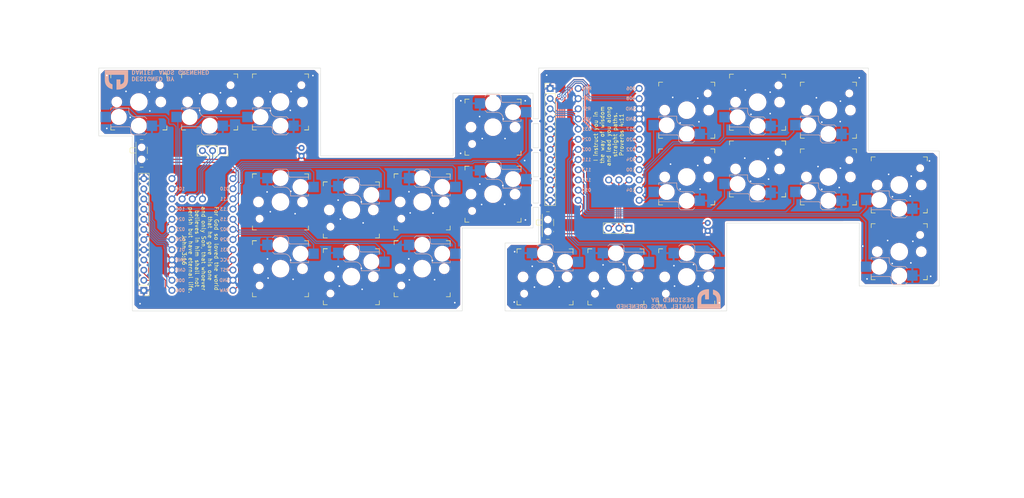
<source format=kicad_pcb>
(kicad_pcb (version 20211014) (generator pcbnew)
  (layers (0 "F.Cu" signal) (31 "B.Cu" signal) (34 "B.Paste" user) (35 "F.Paste" user) (36 "B.SilkS" user "B.Silkscreen") (37 "F.SilkS" user "F.Silkscreen") (38 "B.Mask" user) (39 "F.Mask" user) (44 "Edge.Cuts" user))
  (net 0 "")
  (net 1 "/GND")
  (net 2 "Net-(J1-Pad11)")
  (net 3 "Net-(J1-Pad10)")
  (net 4 "Net-(J1-Pad9)")
  (net 5 "Net-(J1-Pad8)")
  (net 6 "Net-(J1-Pad7)")
  (net 7 "Net-(J1-Pad6)")
  (net 8 "Net-(J1-Pad4)")
  (net 9 "Net-(J1-Pad3)")
  (net 10 "Net-(J1-Pad2)")
  (net 11 "Net-(J2-Pad3)")
  (net 12 "Net-(J2-Pad2)")
  (net 13 "Net-(J2-Pad1)")
  (net 14 "Net-(J3-Pad1)")
  (net 15 "Net-(J3-Pad2)")
  (net 16 "Net-(J3-Pad3)")
  (net 17 "Net-(J4-Pad2)")
  (net 18 "Net-(J4-Pad3)")
  (net 19 "Net-(J4-Pad4)")
  (net 20 "Net-(J4-Pad6)")
  (net 21 "Net-(J4-Pad7)")
  (net 22 "Net-(J4-Pad8)")
  (net 23 "Net-(J4-Pad9)")
  (net 24 "Net-(J4-Pad10)")
  (net 25 "Net-(J4-Pad11)")
  (net 26 "Net-(SW1-Pad2)")
  (net 27 "Net-(SW2-Pad2)")
  (net 28 "Net-(SW3-Pad2)")
  (net 29 "Net-(SW4-Pad2)")
  (net 30 "Net-(SW5-Pad2)")
  (net 31 "Net-(SW6-Pad2)")
  (net 32 "Net-(SW7-Pad2)")
  (net 33 "Net-(SW8-Pad2)")
  (net 34 "Net-(SW9-Pad2)")
  (net 35 "Net-(SW10-Pad2)")
  (net 36 "Net-(SW11-Pad2)")
  (net 37 "Net-(SW12-Pad2)")
  (net 38 "Net-(SW13-Pad2)")
  (net 39 "Net-(SW14-Pad2)")
  (net 40 "Net-(SW15-Pad2)")
  (net 41 "Net-(SW16-Pad2)")
  (net 42 "Net-(SW17-Pad2)")
  (net 43 "Net-(SW18-Pad2)")
  (net 44 "Net-(SW19-Pad2)")
  (net 45 "Net-(SW20-Pad2)")
  (net 46 "Net-(SW21-Pad2)")
  (net 47 "Net-(SW22-Pad2)")
  (net 48 "/GND_L")
  (footprint "Button_Switch_SMD:SW_SPDT_PCM12" (layer "F.Cu") (at 171.375 104.45 -90)
    (fp_text reference "REF**" hide)
    (fp_text value "SW_SPDT_PCM12" hide)
  )
  (footprint "keyswitches:Kailh_socket_PG1350" (layer "F.Cu") (at 241.15 92.3)
    (fp_text reference "SW9" hide)
    (fp_text value "SW_SPST" hide)
  )
  (footprint "keyswitches:Kailh_socket_PG1350" (layer "F.Cu") (at 104.2508 115.25 180)
    (fp_text reference "SW16" hide)
    (fp_text value "SW_SPST" hide)
  )
  (footprint "Button_Switch_SMD:SW_SPDT_PCM12" (layer "F.Cu") (at 69.87504 86.400028 -90)
    (fp_text reference "REF**" hide)
    (fp_text value "SW_SPDT_PCM12" hide)
  )
  (footprint "keyswitches:Kailh_socket_PG1350" (layer "F.Cu") (at 104.2508 73.55)
    (fp_text reference "SW17" hide)
    (fp_text value "SW_SPST" hide)
  )
  (footprint "keyswitches:Kailh_socket_PG1350" (layer "F.Cu") (at 223.45 73.6)
    (fp_text reference "SW6" hide)
    (fp_text value "SW_SPST" hide)
  )
  (footprint "keyswitches:Kailh_socket_PG1350" (layer "F.Cu") (at 258.85 111)
    (fp_text reference "SW4" hide)
    (fp_text value "SW_SPST" hide)
  )
  (footprint "keyswitches:Kailh_socket_PG1350" (layer "F.Cu") (at 188.05 117.3 180)
    (fp_text reference "SW2" hide)
    (fp_text value "SW_SPST" hide)
  )
  (footprint "Battery:battery 3.7V 150mAh LiPo" (layer "F.Cu") (at 117.0958 86.005 90)
    (fp_text reference "REF**" hide)
    (fp_text value "battery 3.7V 150mAh LiPo" hide)
  )
  (footprint "keyswitches:Kailh_socket_PG1350" (layer "F.Cu") (at 205.75 75.6)
    (fp_text reference "SW3" hide)
    (fp_text value "SW_SPST" hide)
  )
  (footprint "keyswitches:Kailh_socket_PG1350" (layer "F.Cu") (at 68.8508 73.55)
    (fp_text reference "SW21" hide)
    (fp_text value "SW_SPST" hide)
  )
  (footprint "keyswitches:Kailh_socket_PG1350" (layer "F.Cu") (at 139.6508 115.25 180)
    (fp_text reference "SW12" hide)
    (fp_text value "SW_SPST" hide)
  )
  (footprint "keyswitches:Kailh_socket_PG1350" (layer "F.Cu") (at 86.5508 73.55)
    (fp_text reference "SW19" hide)
    (fp_text value "SW_SPST" hide)
  )
  (footprint "keyswitches:Kailh_socket_PG1350" (layer "F.Cu") (at 139.6508 98.55 180)
    (fp_text reference "SW18" hide)
    (fp_text value "SW_SPST" hide)
  )
  (footprint "Battery:battery 3.7V 150mAh LiPo" (layer "F.Cu") (at 225.29 157.57 -90)
    (fp_text reference "REF**" hide)
    (fp_text value "battery 3.7V 150mAh LiPo" hide)
  )
  (footprint "keyswitches:Kailh_socket_PG1350" (layer "F.Cu") (at 121.9508 100.55 180)
    (fp_text reference "SW20" hide)
    (fp_text value "SW_SPST" hide)
  )
  (footprint "keyswitches:Kailh_socket_PG1350" (layer "F.Cu") (at 223.45 90.3)
    (fp_text reference "SW11" hide)
    (fp_text value "SW_SPST" hide)
  )
  (footprint "Connector_PinSocket_2.54mm:PinSocket_1x03_P2.54mm_Vertical" (layer "F.Cu") (at 89.8258 85.725 -90)
    (fp_text reference "J3" hide)
    (fp_text value "Conn_01x03_Female" hide)
  )
  (footprint "Connector_PinHeader_2.54mm:PinHeader_1x12_P2.54mm_Vertical" (layer "F.Cu") (at 70.1008 120.68 180)
    (fp_text reference "J4" hide)
    (fp_text value "Conn_02x06_Odd_Even" hide)
  )
  (footprint "keyswitches:Kailh_socket_PG1350" (layer "F.Cu") (at 157.3508 79.85 180)
    (fp_text reference "SW14" hide)
    (fp_text value "SW_SPST" hide)
  )
  (footprint "Connector_PinHeader_2.54mm:PinHeader_1x12_P2.54mm_Vertical" (layer "F.Cu") (at 171.63 70.18)
    (fp_text reference "J1" hide)
    (fp_text value "Conn_02x06_Odd_Even" hide)
  )
  (footprint "keyswitches:Kailh_socket_PG1350" (layer "F.Cu") (at 170.35 117.3 180)
    (fp_text reference "SW5" hide)
    (fp_text value "SW_SPST" hide)
  )
  (footprint "keyswitches:Kailh_socket_PG1350" (layer "F.Cu") (at 104.2508 98.55 180)
    (fp_text reference "SW22" hide)
    (fp_text value "SW_SPST" hide)
  )
  (footprint "Interfaces:JST 2pin" (layer "F.Cu") (at 212.29 104.8 90)
    (fp_text reference "REF**" hide)
    (fp_text value "JST 2pin" hide)
  )
  (footprint "keyswitches:Kailh_socket_PG1350" (layer "F.Cu") (at 241.15 75.6)
    (fp_text reference "SW8" hide)
    (fp_text value "SW_SPST" hide)
  )
  (footprint "keyswitches:Kailh_socket_PG1350" (layer "F.Cu") (at 157.3508 96.6 180)
    (fp_text reference "SW15" hide)
    (fp_text value "SW_SPST" hide)
  )
  (footprint "keyswitches:Kailh_socket_PG1350" (layer "F.Cu") (at 205.75 92.3)
    (fp_text reference "SW10" hide)
    (fp_text value "SW_SPST" hide)
  )
  (footprint "keyswitches:Kailh_socket_PG1350" (layer "F.Cu") (at 205.75 117.3 180)
    (fp_text reference "SW1" hide)
    (fp_text value "SW_SPST" hide)
  )
  (footprint "keyswitches:Kailh_socket_PG1350" (layer "F.Cu") (at 258.85 94.3)
    (fp_text reference "SW7" hide)
    (fp_text value "SW_SPST" hide)
  )
  (footprint "keyswitches:Kailh_socket_PG1350" (layer "F.Cu") (at 121.9508 117.25 180)
    (fp_text reference "SW13" hide)
    (fp_text value "SW_SPST" hide)
  )
  (footprint "Connector_PinSocket_2.54mm:PinSocket_1x03_P2.54mm_Vertical" (layer "F.Cu") (at 191.325 105.12 -90)
    (fp_text reference "J2" hide)
    (fp_text value "Conn_01x03_Female" hide)
  )
  (footprint "LOGO" (layer "B.Cu") (at 201.229867 117.948375 180)
    (fp_text reference "G***" hide)
    (fp_text value "LOGO" hide)
  )
  (footprint "nice-nano-kicad-master:nice_nano" (layer "B.Cu") (at 84.7508 106.69 90)
    (fp_text reference "U2" hide)
    (fp_text value "nice!nano" hide)
  )
  (footprint "Interfaces:JST 2pin" (layer "B.Cu") (at 110.79004 86.050028 -90)
    (fp_text reference "REF**" hide)
    (fp_text value "JST 2pin" hide)
  )
  (footprint "LOGO" (layer "B.Cu") (at 73.350133 72.891625)
    (fp_text reference "G***" hide)
    (fp_text value "LOGO" hide)
  )
  (footprint "nice-nano-kicad-master:nice_nano" (layer "B.Cu") (at 186.25 84.15 -90)
    (fp_text reference "U1" hide)
    (fp_text value "nice!nano" hide)
  )
  (gr_poly (pts (xy 251.15 85.8) (xy 268.850797 85.800004) (xy 268.850006 119.600028) (xy 248.841315 119.600804) (xy 248.891665 103.800091) (xy 215.754807 103.814786) (xy 215.749857 125.799956) (xy 160.35 125.8) (xy 160.349969 108.8) (xy 168.731852 108.798283) (xy 168.75 99.9) (xy 167.35 99.9) (xy 167.351597 105.050024) (xy 149.6508 105.050028) (xy 149.6508 125.800028) (xy 67.2508 125.800028) (xy 67.2108 82.051745) (xy 58.850769 82.050028) (xy 58.8508 65.050028) (xy 114.250657 65.050072) (xy 114.255607 87.035242) (xy 147.392465 87.049937) (xy 147.342111 71.349224) (xy 167.350802 71.35) (xy 167.35 77.75) (xy 168.75 77.75) (xy 168.75 65.05) (xy 251.15 65.05)) (layer "Edge.Cuts") (width 0.1) (fill none))
  (gr_poly (pts (xy 168.75 85) (xy 167.35 85) (xy 167.35 78.95) (xy 168.75 78.95)) (layer "Edge.Cuts") (width 0.1) (fill none))
  (gr_poly (pts (xy 168.75 98.85) (xy 167.35 98.85) (xy 167.35 93.25) (xy 168.75 93.25)) (layer "Edge.Cuts") (width 0.1) (fill none))
  (gr_poly (pts (xy 168.75 92.25) (xy 167.35 92.25) (xy 167.35 86.2) (xy 168.75 86.2)) (layer "Edge.Cuts") (width 0.1) (fill none))
  (gr_text "For God so loved the world \nthat he gave his one \nand only Son, that whoever \nbelieves in him shall not \nperish but have eternal life.\nJohn 3:16\n" (at 84.23 110.58 270) (layer "F.SilkS") (effects (font (size 1 1))))
  (gr_text "I instruct you in \nthe way of wisdom\nand lead you along \nstraight paths.\nProverbs 4:11" (at 186.24 81.76 90) (layer "F.SilkS") (effects (font (size 1 1))))
  (segment (start 207.175 106.525) (end 209.9 103.8) (width 0.25) (layer "F.Cu") (net 0))
  (segment (start 93.7508 91.05) (end 91.350828 88.650028) (width 0.25) (layer "F.Cu") (net 0))
  (segment (start 91.9008 87.9) (end 94.750772 85.050028) (width 0.25) (layer "F.Cu") (net 0))
  (segment (start 71.30504 87.150028) (end 72.150828 87.150028) (width 0.25) (layer "F.Cu") (net 0))
  (segment (start 72.150828 87.150028) (end 72.9008 87.9) (width 0.25) (layer "F.Cu") (net 0))
  (segment (start 72.9008 87.9) (end 91.9008 87.9) (width 0.25) (layer "F.Cu") (net 0))
  (segment (start 178.63 70.18) (end 179.28 70.18) (width 0.25) (layer "F.Cu") (net 0))
  (segment (start 92.3708 120.66) (end 92.5908 120.66) (width 0.25) (layer "F.Cu") (net 0))
  (segment (start 174 105.2) (end 175.325 106.525) (width 0.25) (layer "F.Cu") (net 0))
  (segment (start 179.95 100.25) (end 178 102.2) (width 0.25) (layer "F.Cu") (net 0))
  (segment (start 92.5908 120.66) (end 93.7508 119.5) (width 0.25) (layer "F.Cu") (net 0))
  (segment (start 209.9 103.8) (end 211 103.8) (width 0.25) (layer "F.Cu") (net 0))
  (segment (start 172.805 105.2) (end 174 105.2) (width 0.25) (layer "F.Cu") (net 0))
  (segment (start 178 102.2) (end 172.805 102.2) (width 0.25) (layer "F.Cu") (net 0))
  (segment (start 93.7508 119.5) (end 93.7508 91.05) (width 0.25) (layer "F.Cu") (net 0))
  (segment (start 175.325 106.525) (end 207.175 106.525) (width 0.25) (layer "F.Cu") (net 0))
  (segment (start 91.350828 88.650028) (end 71.30504 88.650028) (width 0.25) (layer "F.Cu") (net 0))
  (segment (start 94.750772 85.050028) (end 109.50004 85.050028) (width 0.25) (layer "F.Cu") (net 0))
  (segment (start 179.28 70.18) (end 179.95 70.85) (width 0.25) (layer "F.Cu") (net 0))
  (segment (start 179.95 70.85) (end 179.95 100.25) (width 0.25) (layer "F.Cu") (net 0))
  (via (at 243.85 94.95) (size 0.8) (drill 0.4) (layers "F.Cu" "B.Cu") (net 1))
  (via (at 261.85 92.1) (size 0.8) (drill 0.4) (layers "F.Cu" "B.Cu") (net 1))
  (via (at 170.75 66.85) (size 0.8) (drill 0.4) (layers "F.Cu" "B.Cu") (net 1))
  (via (at 185.05 120.15) (size 0.8) (drill 0.4) (layers "F.Cu" "B.Cu") (net 1))
  (via (at 221.8 76.65) (size 0.8) (drill 0.4) (layers "F.Cu" "B.Cu") (net 1))
  (via (at 167.7 119.85) (size 0.8) (drill 0.4) (layers "F.Cu" "B.Cu") (net 1))
  (via (at 189.9 114.25) (size 0.8) (drill 0.4) (layers "F.Cu" "B.Cu") (net 1))
  (via (at 204.1 95.35) (size 0.8) (drill 0.4) (layers "F.Cu" "B.Cu") (net 1))
  (via (at 262.25 108.4) (size 0.8) (drill 0.4) (layers "F.Cu" "B.Cu") (net 1))
  (via (at 250.8 117.8) (size 0.8) (drill 0.4) (layers "F.Cu" "B.Cu") (net 1))
  (via (at 208.65 119.65) (size 0.8) (drill 0.4) (layers "F.Cu" "B.Cu") (net 1))
  (via (at 238.55 89.7) (size 0.8) (drill 0.4) (layers "F.Cu" "B.Cu") (net 1))
  (via (at 167.15 114.65) (size 0.8) (drill 0.4) (layers "F.Cu" "B.Cu") (net 1))
  (via (at 208.5 89.45) (size 0.8) (drill 0.4) (layers "F.Cu" "B.Cu") (net 1))
  (via (at 202.7 119.6) (size 0.8) (drill 0.4) (layers "F.Cu" "B.Cu") (net 1))
  (via (at 204.1 78.8) (size 0.8) (drill 0.4) (layers "F.Cu" "B.Cu") (net 1))
  (via (at 248.85 67.5) (size 0.8) (drill 0.4) (layers "F.Cu" "B.Cu") (net 1))
  (via (at 201.7 89.1) (size 0.8) (drill 0.4) (layers "F.Cu" "B.Cu") (net 1))
  (via (at 184.85 114.3) (size 0.8) (drill 0.4) (layers "F.Cu" "B.Cu") (net 1))
  (via (at 195.2 96.8) (size 0.8) (drill 0.4) (layers "F.Cu" "B.Cu") (net 1))
  (via (at 244.1 78.45) (size 0.8) (drill 0.4) (layers "F.Cu" "B.Cu") (net 1))
  (via (at 226.6 71.1) (size 0.8) (drill 0.4) (layers "F.Cu" "B.Cu") (net 1))
  (via (at 162.75 111) (size 0.8) (drill 0.4) (layers "F.Cu" "B.Cu") (net 1))
  (via (at 207.45 114.2) (size 0.8) (drill 0.4) (layers "F.Cu" "B.Cu") (net 1))
  (via (at 172.5 114.6) (size 0.8) (drill 0.4) (layers "F.Cu" "B.Cu") (net 1))
  (via (at 261.75 113.8) (size 0.8) (drill 0.4) (layers "F.Cu" "B.Cu") (net 1))
  (via (at 261.6 97.1) (size 0.8) (drill 0.4) (layers "F.Cu" "B.Cu") (net 1))
  (via (at 192 120.2) (size 0.8) (drill 0.4) (layers "F.Cu" "B.Cu") (net 1))
  (via (at 256.2 91.65) (size 0.8) (drill 0.4) (layers "F.Cu" "B.Cu") (net 1))
  (via (at 221.7 93.4) (size 0.8) (drill 0.4) (layers "F.Cu" "B.Cu") (net 1))
  (via (at 226.2 92.85) (size 0.8) (drill 0.4) (layers "F.Cu" "B.Cu") (net 1))
  (via (at 255.95 108.2) (size 0.8) (drill 0.4) (layers "F.Cu" "B.Cu") (net 1))
  (via (at 238.15 72.5) (size 0.8) (drill 0.4) (layers "F.Cu" "B.Cu") (net 1))
  (via (at 239.5 78.6) (size 0.8) (drill 0.4) (layers "F.Cu" "B.Cu") (net 1))
  (via (at 209.1 95.35) (size 0.8) (drill 0.4) (layers "F.Cu" "B.Cu") (net 1))
  (via (at 213.9 123.8) (size 0.8) (drill 0.4) (layers "F.Cu" "B.Cu") (net 1))
  (via (at 226.1 87.7) (size 0.8) (drill 0.4) (layers "F.Cu" "B.Cu") (net 1))
  (via (at 202.25 72.4) (size 0.8) (drill 0.4) (layers "F.Cu" "B.Cu") (net 1))
  (via (at 244.15 90.1) (size 0.8) (drill 0.4) (layers "F.Cu" "B.Cu") (net 1))
  (via (at 220.4 70.55) (size 0.8) (drill 0.4) (layers "F.Cu" "B.Cu") (net 1))
  (via (at 173.9 119.8) (size 0.8) (drill 0.4) (layers "F.Cu" "B.Cu") (net 1))
  (via (at 226.6 76.45) (size 0.8) (drill 0.4) (layers "F.Cu" "B.Cu") (net 1))
  (via (at 257.15 97.25) (size 0.8) (drill 0.4) (layers "F.Cu" "B.Cu") (net 1))
  (via (at 202.55 114.5) (size 0.8) (drill 0.4) (layers "F.Cu" "B.Cu") (net 1))
  (via (at 220.25 87.6) (size 0.8) (drill 0.4) (layers "F.Cu" "B.Cu") (net 1))
  (via (at 208.8 78.5) (size 0.8) (drill 0.4) (layers "F.Cu" "B.Cu") (net 1))
  (via (at 249.7 109.6) (size 0.8) (drill 0.4) (layers "F.Cu" "B.Cu") (net 1))
  (via (at 239.5 95.4) (size 0.8) (drill 0.4) (layers "F.Cu" "B.Cu") (net 1))
  (via (at 257.1 113.95) (size 0.8) (drill 0.4) (layers "F.Cu" "B.Cu") (net 1))
  (via (at 266.4 88.3) (size 0.8) (drill 0.4) (layers "F.Cu" "B.Cu") (net 1))
  (via (at 208.5 72.6) (size 0.8) (drill 0.4) (layers "F.Cu" "B.Cu") (net 1))
  (via (at 244.15 73.35) (size 0.8) (drill 0.4) (layers "F.Cu" "B.Cu") (net 1))
  (via (at 266.7 117.15) (size 0.8) (drill 0.4) (layers "F.Cu" "B.Cu") (net 1))
  (via (at 162.65 123.6) (size 0.8) (drill 0.4) (layers "F.Cu" "B.Cu") (net 1))
  (segment (start 182.25 83.8) (end 192.2 83.8) (width 0.25) (layer "F.Cu") (net 2))
  (segment (start 172.95 94.25) (end 172.95 92.85) (width 0.25) (layer "F.Cu") (net 2))
  (segment (start 172.95 92.85) (end 173.425 92.375) (width 0.25) (layer "F.Cu") (net 2))
  (segment (start 174.75 84.95) (end 174.75 83.15) (width 0.25) (layer "F.Cu") (net 2))
  (segment (start 173.425 92.375) (end 173.425 90.925) (width 0.25) (layer "F.Cu") (net 2))
  (segment (start 174.425 87.675) (end 174.425 85.275) (width 0.25) (layer "F.Cu") (net 2))
  (segment (start 179.4 68.85) (end 180.4 69.85) (width 0.25) (layer "F.Cu") (net 2))
  (segment (start 180.4 69.85) (end 180.4 81.95) (width 0.25) (layer "F.Cu") (net 2))
  (segment (start 171.63 95.57) (end 172.95 94.25) (width 0.25) (layer "F.Cu") (net 2))
  (segment (start 175.25 82.65) (end 175.25 75.1) (width 0.25) (layer "F.Cu") (net 2))
  (segment (start 175.25 75.1) (end 177.075 73.275) (width 0.25) (layer "F.Cu") (net 2))
  (segment (start 178 68.85) (end 179.4 68.85) (width 0.25) (layer "F.Cu") (net 2))
  (segment (start 177.075 73.275) (end 177.075 69.775) (width 0.25) (layer "F.Cu") (net 2))
  (segment (start 192.55 86.64) (end 193.87 87.96) (width 0.25) (layer "F.Cu") (net 2))
  (segment (start 173.9 90.45) (end 173.9 88.2) (width 0.25) (layer "F.Cu") (net 2))
  (segment (start 171.63 95.58) (end 171.63 95.57) (width 0.25) (layer "F.Cu") (net 2))
  (segment (start 192.2 83.8) (end 192.55 84.15) (width 0.25) (layer "F.Cu") (net 2))
  (segment (start 192.55 84.15) (end 192.55 86.64) (width 0.25) (layer "F.Cu") (net 2))
  (segment (start 173.425 90.925) (end 173.9 90.45) (width 0.25) (layer "F.Cu") (net 2))
  (segment (start 173.9 88.2) (end 174.425 87.675) (width 0.25) (layer "F.Cu") (net 2))
  (segment (start 180.4 81.95) (end 182.25 83.8) (width 0.25) (layer "F.Cu") (net 2))
  (segment (start 174.425 85.275) (end 174.75 84.95) (width 0.25) (layer "F.Cu") (net 2))
  (segment (start 174.75 83.15) (end 175.25 82.65) (width 0.25) (layer "F.Cu") (net 2))
  (segment (start 177.075 69.775) (end 178 68.85) (width 0.25) (layer "F.Cu") (net 2))
  (segment (start 174.3 84.75) (end 174.3 82.95) (width 0.25) (layer "F.Cu") (net 3))
  (segment (start 193.72 85.42) (end 193.87 85.42) (width 0.25) (layer "F.Cu") (net 3))
  (segment (start 173.975 87.475) (end 173.975 85.075) (width 0.25) (layer "F.Cu") (net 3))
  (segment (start 182.5 83.35) (end 192.4 83.35) (width 0.25) (layer "F.Cu") (net 3))
  (segment (start 172 93.14) (end 172.945 92.195) (width 0.25) (layer "F.Cu") (net 3))
  (segment (start 180.85 69.6) (end 180.85 81.7) (width 0.25) (layer "F.Cu") (net 3))
  (segment (start 192.4 83.35) (end 193.025 83.975) (width 0.25) (layer "F.Cu") (net 3))
  (segment (start 193.05 84.75) (end 193.72 85.42) (width 0.25) (layer "F.Cu") (net 3))
  (segment (start 173.975 85.075) (end 174.3 84.75) (width 0.25) (layer "F.Cu") (net 3))
  (segment (start 193.05 84) (end 193.05 84.75) (width 0.25) (layer "F.Cu") (net 3))
  (segment (start 172.945 90.705) (end 173.425 90.225) (width 0.25) (layer "F.Cu") (net 3))
  (segment (start 179.65 68.4) (end 180.85 69.6) (width 0.25) (layer "F.Cu") (net 3))
  (segment (start 172.945 92.195) (end 172.945 90.705) (width 0.25) (layer "F.Cu") (net 3))
  (segment (start 176.575 69.625) (end 177.8 68.4) (width 0.25) (layer "F.Cu") (net 3))
  (segment (start 173.425 90.225) (end 173.425 88.025) (width 0.25) (layer "F.Cu") (net 3))
  (segment (start 180.85 81.7) (end 182.5 83.35) (width 0.25) (layer "F.Cu") (net 3))
  (segment (start 174.8 82.45) (end 174.8 74.9) (width 0.25) (layer "F.Cu") (net 3))
  (segment (start 176.575 73.125) (end 176.575 69.625) (width 0.25) (layer "F.Cu") (net 3))
  (segment (start 174.8 74.9) (end 176.575 73.125) (width 0.25) (layer "F.Cu") (net 3))
  (segment (start 174.3 82.95) (end 174.8 82.45) (width 0.25) (layer "F.Cu") (net 3))
  (segment (start 173.425 88.025) (end 173.975 87.475) (width 0.25) (layer "F.Cu") (net 3))
  (segment (start 177.8 68.4) (end 179.65 68.4) (width 0.25) (layer "F.Cu") (net 3))
  (segment (start 173.45 87.3) (end 173.45 84.9) (width 0.25) (layer "F.Cu") (net 4))
  (segment (start 176.05 69.5) (end 177.6 67.95) (width 0.25) (layer "F.Cu") (net 4))
  (segment (start 172 90.6) (end 172.35 90.6) (width 0.25) (layer "F.Cu") (net 4))
  (segment (start 174.35 74.65) (end 176.05 72.95) (width 0.25) (layer "F.Cu") (net 4))
  (segment (start 172.95 87.8) (end 173.45 87.3) (width 0.25) (layer "F.Cu") (net 4))
  (segment (start 173.85 82.75) (end 174.35 82.25) (width 0.25) (layer "F.Cu") (net 4))
  (segment (start 181.3 69.4) (end 181.3 81.45) (width 0.25) (layer "F.Cu") (net 4))
  (segment (start 172.95 90) (end 172.95 87.8) (width 0.25) (layer "F.Cu") (net 4))
  (segment (start 173.85 84.5) (end 173.85 82.75) (width 0.25) (layer "F.Cu") (net 4))
  (segment (start 182.73 82.88) (end 193.87 82.88) (width 0.25) (layer "F.Cu") (net 4))
  (segment (start 177.6 67.95) (end 179.85 67.95) (width 0.25) (layer "F.Cu") (net 4))
  (segment (start 176.05 72.95) (end 176.05 69.5) (width 0.25) (layer "F.Cu") (net 4))
  (segment (start 179.85 67.95) (end 181.3 69.4) (width 0.25) (layer "F.Cu") (net 4))
  (segment (start 173.45 84.9) (end 173.85 84.5) (width 0.25) (layer "F.Cu") (net 4))
  (segment (start 181.3 81.45) (end 182.73 82.88) (width 0.25) (layer "F.Cu") (net 4))
  (segment (start 172.35 90.6) (end 172.95 90) (width 0.25) (layer "F.Cu") (net 4))
  (segment (start 174.35 82.25) (end 174.35 74.65) (width 0.25) (layer "F.Cu") (net 4))
  (segment (start 173.9 74.45) (end 175.3 73.05) (width 0.25) (layer "F.Cu") (net 5))
  (segment (start 172.95 84.75) (end 173.4 84.3) (width 0.25) (layer "F.Cu") (net 5))
  (segment (start 173.4 84.3) (end 173.4 82.55) (width 0.25) (layer "F.Cu") (net 5))
  (segment (start 172.95 87.11) (end 172.95 84.75) (width 0.25) (layer "F.Cu") (net 5))
  (segment (start 175.3 73.05) (end 175.3 72.05) (width 0.25) (layer "F.Cu") (net 5))
  (segment (start 173.4 82.55) (end 173.9 82.05) (width 0.25) (layer "F.Cu") (net 5))
  (segment (start 173.9 82.05) (end 173.9 74.45) (width 0.25) (layer "F.Cu") (net 5))
  (segment (start 172 88.06) (end 172.95 87.11) (width 0.25) (layer "F.Cu") (net 5))
  (via (at 175.3 72.05) (size 0.8) (drill 0.4) (layers "F.Cu" "B.Cu") (net 5))
  (segment (start 179.95 77.65) (end 179.95 69.4) (width 0.25) (layer "B.Cu") (net 5))
  (segment (start 179.95 69.4) (end 179.4 68.85) (width 0.25) (layer "B.Cu") (net 5))
  (segment (start 176.05 70.8) (end 175.3 71.55) (width 0.25) (layer "B.Cu") (net 5))
  (segment (start 175.3 71.55) (end 175.3 72.05) (width 0.25) (layer "B.Cu") (net 5))
  (segment (start 179.4 68.85) (end 178 68.85) (width 0.25) (layer "B.Cu") (net 5))
  (segment (start 193.87 80.34) (end 182.64 80.34) (width 0.25) (layer "B.Cu") (net 5))
  (segment (start 178 68.85) (end 176.05 70.8) (width 0.25) (layer "B.Cu") (net 5))
  (segment (start 182.64 80.34) (end 179.95 77.65) (width 0.25) (layer "B.Cu") (net 5))
  (segment (start 172.95 82.35) (end 173.425 81.875) (width 0.25) (layer "F.Cu") (net 6))
  (segment (start 172.95 84.1) (end 172.95 82.35) (width 0.25) (layer "F.Cu") (net 6))
  (segment (start 171.63 85.42) (end 172.95 84.1) (width 0.25) (layer "F.Cu") (net 6))
  (segment (start 173.65 72.75) (end 174.55 72.75) (width 0.25) (layer "F.Cu") (net 6))
  (segment (start 173.425 72.975) (end 173.65 72.75) (width 0.25) (layer "F.Cu") (net 6))
  (segment (start 173.425 81.875) (end 173.425 72.975) (width 0.25) (layer "F.Cu") (net 6))
  (via (at 174.55 72.75) (size 0.8) (drill 0.4) (layers "F.Cu" "B.Cu") (net 6))
  (segment (start 174.55 71.65) (end 174.55 72.75) (width 0.25) (layer "B.Cu") (net 6))
  (segment (start 179.65 68.4) (end 177.8 68.4) (width 0.25) (layer "B.Cu") (net 6))
  (segment (start 180.4 71.6) (end 180.4 69.15) (width 0.25) (layer "B.Cu") (net 6))
  (segment (start 177.8 68.4) (end 174.55 71.65) (width 0.25) (layer "B.Cu") (net 6))
  (segment (start 180.4 69.15) (end 179.65 68.4) (width 0.25) (layer "B.Cu") (net 6))
  (segment (start 193.87 72.72) (end 181.52 72.72) (width 0.25) (layer "B.Cu") (net 6))
  (segment (start 181.52 72.72) (end 180.4 71.6) (width 0.25) (layer "B.Cu") (net 6))
  (segment (start 172.955 81.555) (end 172.955 72.795) (width 0.25) (layer "F.Cu") (net 7))
  (segment (start 172.955 81.555) (end 171.63 82.88) (width 0.25) (layer "F.Cu") (net 7))
  (segment (start 172.955 72.795) (end 173.8 71.95) (width 0.25) (layer "F.Cu") (net 7))
  (via (at 173.8 71.95) (size 0.8) (drill 0.4) (layers "F.Cu" "B.Cu") (net 7))
  (segment (start 180.85 68.95) (end 179.85 67.95) (width 0.25) (layer "B.Cu") (net 7))
  (segment (start 180.85 71.4) (end 180.85 68.95) (width 0.25) (layer "B.Cu") (net 7))
  (segment (start 191.5 72.25) (end 181.7 72.25) (width 0.25) (layer "B.Cu") (net 7))
  (segment (start 177.6 67.95) (end 173.8 71.75) (width 0.25) (layer "B.Cu") (net 7))
  (segment (start 181.7 72.25) (end 180.85 71.4) (width 0.25) (layer "B.Cu") (net 7))
  (segment (start 193.87 70.18) (end 193.57 70.18) (width 0.25) (layer "B.Cu") (net 7))
  (segment (start 179.85 67.95) (end 177.6 67.95) (width 0.25) (layer "B.Cu") (net 7))
  (segment (start 173.8 71.75) (end 173.8 71.95) (width 0.25) (layer "B.Cu") (net 7))
  (segment (start 193.57 70.18) (end 191.5 72.25) (width 0.25) (layer "B.Cu") (net 7))
  (segment (start 178.63 80.34) (end 178.63 79.58) (width 0.25) (layer "B.Cu") (net 8))
  (segment (start 176.9 76.9) (end 173 76.9) (width 0.25) (layer "B.Cu") (net 8))
  (segment (start 173 76.9) (end 172 77.9) (width 0.25) (layer "B.Cu") (net 8))
  (segment (start 178.63 79.58) (end 177.35 78.3) (width 0.25) (layer "B.Cu") (net 8))
  (segment (start 177.35 78.3) (end 177.35 77.35) (width 0.25) (layer "B.Cu") (net 8))
  (segment (start 177.35 77.35) (end 176.9 76.9) (width 0.25) (layer "B.Cu") (net 8))
  (segment (start 173.04 76.4) (end 177.23 76.4) (width 0.25) (layer "B.Cu") (net 9))
  (segment (start 172 75.36) (end 173.04 76.4) (width 0.25) (layer "B.Cu") (net 9))
  (segment (start 177.23 76.4) (end 178.63 77.8) (width 0.25) (layer "B.Cu") (net 9))
  (segment (start 172.95 75.5) (end 172.95 74.05) (width 0.25) (layer "B.Cu") (net 10))
  (segment (start 177.94 75.95) (end 173.4 75.95) (width 0.25) (layer "B.Cu") (net 10))
  (segment (start 178.63 75.26) (end 177.94 75.95) (width 0.25) (layer "B.Cu") (net 10))
  (segment (start 171.63 72.73) (end 172.95 74.05) (width 0.25) (layer "B.Cu") (net 10))
  (segment (start 173.4 75.95) (end 172.95 75.5) (width 0.25) (layer "B.Cu") (net 10))
  (segment (start 171.63 72.72) (end 171.63 72.73) (width 0.25) (layer "B.Cu") (net 10))
  (segment (start 188.3 103.55) (end 188.3 101.95) (width 0.25) (layer "F.Cu") (net 11))
  (segment (start 188.3 101.95) (end 188.3 95.09) (width 0.25) (layer "F.Cu") (net 11))
  (segment (start 188.3 95.09) (end 186.25 93.04) (width 0.25) (layer "F.Cu") (net 11))
  (segment (start 186.73 105.12) (end 188.3 103.55) (width 0.25) (layer "F.Cu") (net 11))
  (segment (start 186.245 105.12) (end 186.73 105.12) (width 0.25) (layer "F.Cu") (net 11))
  (segment (start 188.785 93.045) (end 188.785 105.12) (width 0.25) (layer "F.Cu") (net 12))
  (segment (start 188.79 93.04) (end 188.785 93.045) (width 0.25) (layer "F.Cu") (net 12))
  (segment (start 191.325 105.12) (end 190.82 105.12) (width 0.25) (layer "F.Cu") (net 13))
  (segment (start 189.25 101.75) (end 189.25 101.9) (width 0.25) (layer "F.Cu") (net 13))
  (segment (start 190.82 105.12) (end 189.25 103.55) (width 0.25) (layer "F.Cu") (net 13))
  (segment (start 189.25 103.55) (end 189.25 101.75) (width 0.25) (layer "F.Cu") (net 13))
  (segment (start 191.26 93.04) (end 191.33 93.04) (width 0.25) (layer "F.Cu") (net 13))
  (segment (start 189.25 95.05) (end 191.26 93.04) (width 0.25) (layer "F.Cu") (net 13))
  (segment (start 189.25 101.75) (end 189.25 95.05) (width 0.25) (layer "F.Cu") (net 13))
  (segment (start 89.82504 85.730028) (end 89.32004 85.730028) (width 0.25) (layer "B.Cu") (net 14))
  (segment (start 84.8008 90.75) (end 84.8008 97.75) (width 0.25) (layer "B.Cu") (net 14))
  (segment (start 84.8008 97.75) (end 84.7508 97.8) (width 0.25) (layer "B.Cu") (net 14))
  (segment (start 89.8258 85.725) (end 84.8008 90.75) (width 0.25) (layer "B.Cu") (net 14))
  (segment (start 87.2858 85.725) (end 87.3008 85.74) (width 0.25) (layer "B.Cu") (net 15))
  (segment (start 87.3008 85.74) (end 87.3008 87.6) (width 0.25) (layer "B.Cu") (net 15))
  (segment (start 82.7008 97.8) (end 82.2108 97.8) (width 0.25) (layer "B.Cu") (net 15))
  (segment (start 84.3508 96.15) (end 82.7008 97.8) (width 0.25) (layer "B.Cu") (net 15))
  (segment (start 84.3508 90.55) (end 84.3508 96.15) (width 0.25) (layer "B.Cu") (net 15))
  (segment (start 87.3008 87.6) (end 84.3508 90.55) (width 0.25) (layer "B.Cu") (net 15))
  (segment (start 84.7458 85.725) (end 85.2258 85.725) (width 0.25) (layer "B.Cu") (net 16))
  (segment (start 86.5508 87.05) (end 86.5508 87.7) (width 0.25) (layer "B.Cu") (net 16))
  (segment (start 83.1508 96.55) (end 80.9208 96.55) (width 0.25) (layer "B.Cu") (net 16))
  (segment (start 85.2258 85.725) (end 86.5508 87.05) (width 0.25) (layer "B.Cu") (net 16))
  (segment (start 83.8508 95.85) (end 83.1508 96.55) (width 0.25) (layer "B.Cu") (net 16))
  (segment (start 83.8508 90.4) (end 83.8508 95.85) (width 0.25) (layer "B.Cu") (net 16))
  (segment (start 80.9208 96.55) (end 79.6708 97.8) (width 0.25) (layer "B.Cu") (net 16))
  (segment (start 86.5508 87.7) (end 83.8508 90.4) (width 0.25) (layer "B.Cu") (net 16))
  (segment (start 84.74504 85.730028) (end 85.23004 85.730028) (width 0.25) (layer "B.Cu") (net 16))
  (segment (start 92.3708 115.58) (end 80.2208 115.58) (width 0.25) (layer "F.Cu") (net 17))
  (segment (start 80.2208 115.58) (end 79.7008 116.1) (width 0.25) (layer "F.Cu") (net 17))
  (segment (start 78.2508 123.1) (end 76.0508 123.1) (width 0.25) (layer "F.Cu") (net 17))
  (segment (start 76.0508 123.1) (end 74.6508 121.7) (width 0.25) (layer "F.Cu") (net 17))
  (segment (start 74.6508 121.7) (end 74.6508 118.7) (width 0.25) (layer "F.Cu") (net 17))
  (segment (start 79.7008 116.1) (end 79.7008 121.65) (width 0.25) (layer "F.Cu") (net 17))
  (segment (start 70.13004 118.130028) (end 70.13004 118.120028) (width 0.25) (layer "F.Cu") (net 17))
  (segment (start 70.1008 118.14) (end 74.0908 118.14) (width 0.25) (layer "F.Cu") (net 17))
  (segment (start 79.7008 121.65) (end 78.2508 123.1) (width 0.25) (layer "F.Cu") (net 17))
  (segment (start 74.0908 118.14) (end 74.6508 118.7) (width 0.25) (layer "F.Cu") (net 17))
  (segment (start 79.2508 115.85) (end 79.2508 121.45) (width 0.25) (layer "F.Cu") (net 18))
  (segment (start 92.3708 113.04) (end 92.3708 113.63) (width 0.25) (layer "F.Cu") (net 18))
  (segment (start 74.3008 117.65) (end 71.3508 117.65) (width 0.25) (layer "F.Cu") (net 18))
  (segment (start 76.2508 122.65) (end 75.1008 121.5) (width 0.25) (layer "F.Cu") (net 18))
  (segment (start 92.3708 113.63) (end 90.9008 115.1) (width 0.25) (layer "F.Cu") (net 18))
  (segment (start 75.1008 121.5) (end 75.1008 118.45) (width 0.25) (layer "F.Cu") (net 18))
  (segment (start 78.0508 122.65) (end 76.2508 122.65) (width 0.25) (layer "F.Cu") (net 18))
  (segment (start 75.1008 118.45) (end 74.3008 117.65) (width 0.25) (layer "F.Cu") (net 18))
  (segment (start 90.9008 115.1) (end 80.0008 115.1) (width 0.25) (layer "F.Cu") (net 18))
  (segment (start 71.3508 117.65) (end 70.1008 116.4) (width 0.25) (layer "F.Cu") (net 18))
  (segment (start 70.1008 116.4) (end 70.1008 115.6) (width 0.25) (layer "F.Cu") (net 18))
  (segment (start 80.0008 115.1) (end 79.2508 115.85) (width 0.25) (layer "F.Cu") (net 18))
  (segment (start 79.2508 121.45) (end 78.0508 122.65) (width 0.25) (layer "F.Cu") (net 18))
  (segment (start 79.7508 114.65) (end 78.8008 115.6) (width 0.25) (layer "F.Cu") (net 19))
  (segment (start 92.3708 110.5) (end 92.3708 111.08) (width 0.25) (layer "F.Cu") (net 19))
  (segment (start 74.6008 117.2) (end 71.5508 117.2) (width 0.25) (layer "F.Cu") (net 19))
  (segment (start 90.7008 114.65) (end 79.7508 114.65) (width 0.25) (layer "F.Cu") (net 19))
  (segment (start 71.5508 117.2) (end 71.3008 116.95) (width 0.25) (layer "F.Cu") (net 19))
  (segment (start 78.8008 121.25) (end 77.8508 122.2) (width 0.25) (layer "F.Cu") (net 19))
  (segment (start 75.5508 118.15) (end 74.6008 117.2) (width 0.25) (layer "F.Cu") (net 19))
  (segment (start 76.4508 122.2) (end 75.5508 121.3) (width 0.25) (layer "F.Cu") (net 19))
  (segment (start 70.3608 113.06) (end 70.1008 113.06) (width 0.25) (layer "F.Cu") (net 19))
  (segment (start 78.8008 115.6) (end 78.8008 121.25) (width 0.25) (layer "F.Cu") (net 19))
  (segment (start 75.5508 121.3) (end 75.5508 118.15) (width 0.25) (layer "F.Cu") (net 19))
  (segment (start 91.1008 112.35) (end 91.1008 114.25) (width 0.25) (layer "F.Cu") (net 19))
  (segment (start 91.1008 114.25) (end 90.7008 114.65) (width 0.25) (layer "F.Cu") (net 19))
  (segment (start 71.3008 116.95) (end 71.3008 114) (width 0.25) (layer "F.Cu") (net 19))
  (segment (start 71.3008 114) (end 70.3608 113.06) (width 0.25) (layer "F.Cu") (net 19))
  (segment (start 92.3708 111.08) (end 91.1008 112.35) (width 0.25) (layer "F.Cu") (net 19))
  (segment (start 77.8508 122.2) (end 76.4508 122.2) (width 0.25) (layer "F.Cu") (net 19))
  (segment (start 70.8808 107.2) (end 70.1008 107.98) (width 0.25) (layer "B.Cu") (net 20))
  (segment (start 77.1308 120.66) (end 77.0108 120.66) (width 0.25) (layer "B.Cu") (net 20))
  (segment (start 71.4508 107.2) (end 70.8808 107.2) (width 0.25) (layer "B.Cu") (net 20))
  (segment (start 75.4008 110.2508) (end 75.2 110.05) (width 0.25) (layer "B.Cu") (net 20))
  (segment (start 75.4008 117.05) (end 75.4008 110.2508) (width 0.25) (layer "B.Cu") (net 20))
  (segment (start 73.4008 109.15) (end 71.4508 107.2) (width 0.25) (layer "B.Cu") (net 20))
  (segment (start 75.8508 119.5) (end 75.8508 117.5) (width 0.25) (layer "B.Cu") (net 20))
  (segment (start 77.0108 120.66) (end 75.8508 119.5) (width 0.25) (layer "B.Cu") (net 20))
  (segment (start 75.2 110.05) (end 75.2 109.3) (width 0.25) (layer "B.Cu") (net 20))
  (segment (start 75.05 109.15) (end 73.4008 109.15) (width 0.25) (layer "B.Cu") (net 20))
  (segment (start 75.8508 117.5) (end 75.4008 117.05) (width 0.25) (layer "B.Cu") (net 20))
  (segment (start 75.2 109.3) (end 75.05 109.15) (width 0.25) (layer "B.Cu") (net 20))
  (segment (start 75.7 109.9) (end 75.7 109) (width 0.25) (layer "B.Cu") (net 21))
  (segment (start 75.7 109) (end 75.4 108.7) (width 0.25) (layer "B.Cu") (net 21))
  (segment (start 77.1308 118.12) (end 75.8508 116.84) (width 0.25) (layer "B.Cu") (net 21))
  (segment (start 75.8508 110.0508) (end 75.7 109.9) (width 0.25) (layer "B.Cu") (net 21))
  (segment (start 70.3408 105.44) (end 70.1008 105.44) (width 0.25) (layer "B.Cu") (net 21))
  (segment (start 75.8508 116.84) (end 75.8508 110.0508) (width 0.25) (layer "B.Cu") (net 21))
  (segment (start 75.4 108.7) (end 73.6008 108.7) (width 0.25) (layer "B.Cu") (net 21))
  (segment (start 73.6008 108.7) (end 70.3408 105.44) (width 0.25) (layer "B.Cu") (net 21))
  (segment (start 71.4508 105.9) (end 73.8004 108.2496) (width 0.25) (layer "B.Cu") (net 22))
  (segment (start 76.15 108.75) (end 76.15 109.6) (width 0.25) (layer "B.Cu") (net 22))
  (segment (start 76.15 109.6) (end 77.05 110.5) (width 0.25) (layer "B.Cu") (net 22))
  (segment (start 73.8004 108.2496) (end 75.6496 108.2496) (width 0.25) (layer "B.Cu") (net 22))
  (segment (start 75.6496 108.2496) (end 76.15 108.75) (width 0.25) (layer "B.Cu") (net 22))
  (segment (start 71.4508 104.25) (end 71.4508 105.9) (width 0.25) (layer "B.Cu") (net 22))
  (segment (start 70.1008 102.9) (end 71.4508 104.25) (width 0.25) (layer "B.Cu") (net 22))
  (segment (start 77.05 110.5) (end 77.1308 110.5) (width 0.25) (layer "B.Cu") (net 22))
  (segment (start 70.1008 100.36) (end 71.3458 101.605) (width 0.25) (layer "B.Cu") (net 23))
  (segment (start 76.21 107.96) (end 77.1308 107.96) (width 0.25) (layer "B.Cu") (net 23))
  (segment (start 71.3458 103.395) (end 71.9008 103.95) (width 0.25) (layer "B.Cu") (net 23))
  (segment (start 71.3458 101.605) (end 71.3458 103.395) (width 0.25) (layer "B.Cu") (net 23))
  (segment (start 76.0496 107.7996) (end 76.21 107.96) (width 0.25) (layer "B.Cu") (net 23))
  (segment (start 70.50004 100.250028) (end 70.85004 100.250028) (width 0.25) (layer "B.Cu") (net 23))
  (segment (start 74.0004 107.7996) (end 76.0496 107.7996) (width 0.25) (layer "B.Cu") (net 23))
  (segment (start 71.9008 105.7) (end 74.0004 107.7996) (width 0.25) (layer "B.Cu") (net 23))
  (segment (start 71.9008 103.95) (end 71.9008 105.7) (width 0.25) (layer "B.Cu") (net 23))
  (segment (start 71.3908 99.11) (end 70.1008 97.82) (width 0.25) (layer "B.Cu") (net 24))
  (segment (start 72.3508 105.5) (end 72.3508 103.75) (width 0.25) (layer "B.Cu") (net 24))
  (segment (start 75.2504 107.2996) (end 74.1504 107.2996) (width 0.25) (layer "B.Cu") (net 24))
  (segment (start 75.8008 106.75) (end 75.8 106.75) (width 0.25) (layer "B.Cu") (net 24))
  (segment (start 75.8 106.75) (end 75.2504 107.2996) (width 0.25) (layer "B.Cu") (net 24))
  (segment (start 74.1504 107.2996) (end 72.3508 105.5) (width 0.25) (layer "B.Cu") (net 24))
  (segment (start 71.8008 101.35) (end 71.3908 100.94) (width 0.25) (layer "B.Cu") (net 24))
  (segment (start 71.8008 103.2) (end 71.8008 101.35) (width 0.25) (layer "B.Cu") (net 24))
  (segment (start 71.3908 100.94) (end 71.3908 99.11) (width 0.25) (layer "B.Cu") (net 24))
  (segment (start 77.1308 105.42) (end 75.8008 106.75) (width 0.25) (layer "B.Cu") (net 24))
  (segment (start 72.3508 103.75) (end 71.8008 103.2) (width 0.25) (layer "B.Cu") (net 24))
  (segment (start 77.13004 102.890028) (end 76.79004 102.890028) (width 0.25) (layer "F.Cu") (net 25))
  (segment (start 71.3758 98.425) (end 71.3758 97.125) (width 0.25) (layer "B.Cu") (net 25))
  (segment (start 72.2508 103) (end 72.2508 101.15) (width 0.25) (layer "B.Cu") (net 25))
  (segment (start 75.8508 104.16) (end 75.8508 106.05) (width 0.25) (layer "B.Cu") (net 25))
  (segment (start 71.8508 98.9) (end 71.3758 98.425) (width 0.25) (layer "B.Cu") (net 25))
  (segment (start 72.2508 101.15) (end 71.8508 100.75) (width 0.25) (layer "B.Cu") (net 25))
  (segment (start 77.1308 102.88) (end 75.8508 104.16) (width 0.25) (layer "B.Cu") (net 25))
  (segment (start 75.8508 106.05) (end 75.0508 106.85) (width 0.25) (layer "B.Cu") (net 25))
  (segment (start 71.8508 100.75) (end 71.8508 98.9) (width 0.25) (layer "B.Cu") (net 25))
  (segment (start 72.8008 105.3) (end 72.8008 103.55) (width 0.25) (layer "B.Cu") (net 25))
  (segment (start 70.13004 95.270028) (end 70.13004 95.280028) (width 0.25) (layer "B.Cu") (net 25))
  (segment (start 74.3508 106.85) (end 72.8008 105.3) (width 0.25) (layer "B.Cu") (net 25))
  (segment (start 71.3758 97.125) (end 70.1008 95.85) (width 0.25) (layer "B.Cu") (net 25))
  (segment (start 72.8008 103.55) (end 72.2508 103) (width 0.25) (layer "B.Cu") (net 25))
  (segment (start 75.0508 106.85) (end 74.3508 106.85) (width 0.25) (layer "B.Cu") (net 25))
  (segment (start 70.1008 95.85) (end 70.1008 95.28) (width 0.25) (layer "B.Cu") (net 25))
  (segment (start 177 107.05) (end 178.75 108.8) (width 0.25) (layer "B.Cu") (net 26))
  (segment (start 214.025 111.575) (end 214.025 113.55) (width 0.25) (layer "B.Cu") (net 26))
  (segment (start 177 89.25) (end 177 107.05) (width 0.25) (layer "B.Cu") (net 26))
  (segment (start 178.29 87.96) (end 177 89.25) (width 0.25) (layer "B.Cu") (net 26))
  (segment (start 211.25 108.8) (end 214.025 111.575) (width 0.25) (layer "B.Cu") (net 26))
  (segment (start 178.63 87.96) (end 178.29 87.96) (width 0.25) (layer "B.Cu") (net 26))
  (segment (start 178.75 108.8) (end 211.25 108.8) (width 0.25) (layer "B.Cu") (net 26))
  (segment (start 177.78 85.42) (end 178.63 85.42) (width 0.25) (layer "B.Cu") (net 27))
  (segment (start 178.5 109.3) (end 176.5 107.3) (width 0.25) (layer "B.Cu") (net 27))
  (segment (start 196.325 113.55) (end 196.325 111.125) (width 0.25) (layer "B.Cu") (net 27))
  (segment (start 194.5 109.3) (end 178.5 109.3) (width 0.25) (layer "B.Cu") (net 27))
  (segment (start 177.3 87.55) (end 177.3 85.9) (width 0.25) (layer "B.Cu") (net 27))
  (segment (start 196.325 111.125) (end 194.5 109.3) (width 0.25) (layer "B.Cu") (net 27))
  (segment (start 176.5 107.3) (end 176.5 88.35) (width 0.25) (layer "B.Cu") (net 27))
  (segment (start 177.3 85.9) (end 177.78 85.42) (width 0.25) (layer "B.Cu") (net 27))
  (segment (start 176.5 88.35) (end 177.3 87.55) (width 0.25) (layer "B.Cu") (net 27))
  (segment (start 194.55 90.5) (end 193.87 90.5) (width 0.25) (layer "B.Cu") (net 28))
  (segment (start 196 89.05) (end 194.55 90.5) (width 0.25) (layer "B.Cu") (net 28))
  (segment (start 197.475 87.575) (end 197.475 79.05) (width 0.25) (layer "B.Cu") (net 28))
  (segment (start 196 89.05) (end 197.475 87.575) (width 0.25) (layer "B.Cu") (net 28))
  (segment (start 179.75 99.2) (end 179.71 99.2) (width 0.25) (layer "B.Cu") (net 29))
  (segment (start 179.71 99.2) (end 178.63 98.12) (width 0.25) (layer "B.Cu") (net 29))
  (segment (start 184.5 102.05) (end 180.25 102.05) (width 0.25) (layer "B.Cu") (net 29))
  (segment (start 180.25 102.05) (end 179.75 101.55) (width 0.25) (layer "B.Cu") (net 29))
  (segment (start 250.5 103.55) (end 250.5 115.125) (width 0.25) (layer "B.Cu") (net 29))
  (segment (start 249 102.05) (end 249.75 102.8) (width 0.25) (layer "B.Cu") (net 29))
  (segment (start 179.75 101.55) (end 179.75 99.2) (width 0.25) (layer "B.Cu") (net 29))
  (segment (start 184.5 102.05) (end 249 102.05) (width 0.25) (layer "B.Cu") (net 29))
  (segment (start 249.75 102.8) (end 250.5 103.55) (width 0.25) (layer "B.Cu") (net 29))
  (segment (start 250.5 115.125) (end 250.575 115.2) (width 0.25) (layer "B.Cu") (net 29))
  (segment (start 249.75 115.475) (end 249.975 115.7) (width 0.25) (layer "B.Cu") (net 29))
  (segment (start 176.75 87.3) (end 176.75 83.55) (width 0.25) (layer "B.Cu") (net 30))
  (segment (start 176.75 83.55) (end 177.42 82.88) (width 0.25) (layer "B.Cu") (net 30))
  (segment (start 179 113.175) (end 178.625 113.55) (width 0.25) (layer "B.Cu") (net 30))
  (segment (start 176 88.05) (end 176 107.55) (width 0.25) (layer "B.Cu") (net 30))
  (segment (start 176 88.05) (end 176.75 87.3) (width 0.25) (layer "B.Cu") (net 30))
  (segment (start 179 110.55) (end 179 113.175) (width 0.25) (layer "B.Cu") (net 30))
  (segment (start 177.42 82.88) (end 178.63 82.88) (width 0.25) (layer "B.Cu") (net 30))
  (segment (start 176 107.55) (end 179 110.55) (width 0.25) (layer "B.Cu") (net 30))
  (segment (start 202.25 83.55) (end 195.05 90.75) (width 0.25) (layer "B.Cu") (net 31))
  (segment (start 193.87 93.04) (end 194.31 93.04) (width 0.25) (layer "B.Cu") (net 31))
  (segment (start 194.31 93.04) (end 195.05 92.3) (width 0.25) (layer "B.Cu") (net 31))
  (segment (start 214.975 82.325) (end 213.75 83.55) (width 0.25) (layer "B.Cu") (net 31))
  (segment (start 195.05 92.3) (end 195.05 90.75) (width 0.25) (layer "B.Cu") (net 31))
  (segment (start 213.75 83.55) (end 202.25 83.55) (width 0.25) (layer "B.Cu") (net 31))
  (segment (start 214.975 77.8) (end 214.975 82.325) (width 0.25) (layer "B.Cu") (net 31))
  (segment (start 250.575 99.775) (end 250.575 98.05) (width 0.25) (layer "B.Cu") (net 32))
  (segment (start 180.75 101.55) (end 249 101.55) (width 0.25) (layer "B.Cu") (net 32))
  (segment (start 249 101.55) (end 250.575 99.975) (width 0.25) (layer "B.Cu") (net 32))
  (segment (start 178.63 95.58) (end 180.25 97.2) (width 0.25) (layer "B.Cu") (net 32))
  (segment (start 180.25 101.05) (end 180.75 101.55) (width 0.25) (layer "B.Cu") (net 32))
  (segment (start 180.25 97.2) (end 180.25 101.05) (width 0.25) (layer "B.Cu") (net 32))
  (segment (start 250.575 99.975) (end 250.575 98.05) (width 0.25) (layer "B.Cu") (net 32))
  (segment (start 202.5 84.05) (end 195.5 91.05) (width 0.25) (layer "B.Cu") (net 33))
  (segment (start 215.5 82.55) (end 214 84.05) (width 0.25) (layer "B.Cu") (net 33))
  (segment (start 232.475 81.075) (end 231 82.55) (width 0.25) (layer "B.Cu") (net 33))
  (segment (start 214 84.05) (end 202.5 84.05) (width 0.25) (layer "B.Cu") (net 33))
  (segment (start 195.5 93.95) (end 195.5 93.3) (width 0.25) (layer "B.Cu") (net 33))
  (segment (start 193.87 95.58) (end 195.5 93.95) (width 0.25) (layer "B.Cu") (net 33))
  (segment (start 195.5 91.05) (end 195.5 93.3) (width 0.25) (layer "B.Cu") (net 33))
  (segment (start 232.475 79.55) (end 232.475 81.075) (width 0.25) (layer "B.Cu") (net 33))
  (segment (start 231 82.55) (end 215.5 82.55) (width 0.25) (layer "B.Cu") (net 33))
  (segment (start 180.275 96.475) (end 180.275 94.275) (width 0.25) (layer "B.Cu") (net 34))
  (segment (start 180.75 96.95) (end 180.275 96.475) (width 0.25) (layer "B.Cu") (net 34))
  (segment (start 180.275 94.275) (end 179.04 93.04) (width 0.25) (layer "B.Cu") (net 34))
  (segment (start 179.04 93.04) (end 178.63 93.04) (width 0.25) (layer "B.Cu") (net 34))
  (segment (start 181 101.05) (end 230.5 101.05) (width 0.25) (layer "B.Cu") (net 34))
  (segment (start 230.5 101.05) (end 232.5 99.05) (width 0.25) (layer "B.Cu") (net 34))
  (segment (start 232.5 99.05) (end 232.5 96.575) (width 0.25) (layer "B.Cu") (net 34))
  (segment (start 232.5 96.575) (end 232.475 96.55) (width 0.25) (layer "B.Cu") (net 34))
  (segment (start 180.75 96.95) (end 180.75 100.8) (width 0.25) (layer "B.Cu") (net 34))
  (segment (start 180.75 100.8) (end 181 101.05) (width 0.25) (layer "B.Cu") (net 34))
  (segment (start 193.87 98.12) (end 195.405 98.12) (width 0.25) (layer "B.Cu") (net 35))
  (segment (start 195.405 98.12) (end 197.475 96.05) (width 0.25) (layer "B.Cu") (net 35))
  (segment (start 181.25 96.75) (end 180.75 96.25) (width 0.25) (layer "B.Cu") (net 36))
  (segment (start 181.25 96.75) (end 181.25 100.3) (width 0.25) (layer "B.Cu") (net 36))
  (segment (start 180.15 93.25) (end 180.15 91.4) (width 0.25) (layer "B.Cu") (net 36))
  (segment (start 179.25 90.5) (end 178.63 90.5) (width 0.25) (layer "B.Cu") (net 36))
  (segment (start 212 100.55) (end 215.175 97.375) (width 0.25) (layer "B.Cu") (net 36))
  (segment (start 215.175 97.375) (end 215.175 94.55) (width 0.25) (layer "B.Cu") (net 36))
  (segment (start 181.5 100.55) (end 212 100.55) (width 0.25) (layer "B.Cu") (net 36))
  (segment (start 180.15 91.4) (end 179.25 90.5) (width 0.25) (layer "B.Cu") (net 36))
  (segment (start 180.75 96.25) (end 180.75 93.85) (width 0.25) (layer "B.Cu") (net 36))
  (segment (start 180.75 93.85) (end 180.15 93.25) (width 0.25) (layer "B.Cu") (net 36))
  (segment (start 181.25 100.3) (end 181.5 100.55) (width 0.25) (layer "B.Cu") (net 36))
  (segment (start 110.4008 105.6) (end 113.2008 108.4) (width 0.25) (layer "B.Cu") (net 37))
  (segment (start 92.3708 102.88) (end 92.3708 103.27) (width 0.25) (layer "B.Cu") (net 37))
  (segment (start 113.2008 108.4) (end 133.2008 108.4) (width 0.25) (layer "B.Cu") (net 37))
  (segment (start 147.9258 108.925) (end 147.9258 111.5) (width 0.25) (layer "B.Cu") (net 37))
  (segment (start 146.1008 107.1) (end 147.9258 108.925) (width 0.25) (layer "B.Cu") (net 37))
  (segment (start 133.2008 108.4) (end 134.5008 107.1) (width 0.25) (layer "B.Cu") (net 37))
  (segment (start 134.5008 107.1) (end 146.1008 107.1) (width 0.25) (layer "B.Cu") (net 37))
  (segment (start 93.6754 105.2746) (end 94.0008 105.6) (width 0.25) (layer "B.Cu") (net 37))
  (segment (start 92.3708 103.27) (end 93.6754 104.5746) (width 0.25) (layer "B.Cu") (net 37))
  (segment (start 94.0008 105.6) (end 110.4008 105.6) (width 0.25) (layer "B.Cu") (net 37))
  (segment (start 93.6754 104.5746) (end 93.6754 105.2746) (width 0.25) (layer "B.Cu") (net 37))
  (segment (start 113.0008 108.9) (end 128.0008 108.9) (width 0.25) (layer "B.Cu") (net 38))
  (segment (start 92.22004 105.430028) (end 92.37004 105.430028) (width 0.25) (layer "B.Cu") (net 38))
  (segment (start 130.2258 111.125) (end 130.2258 113.5) (width 0.25) (layer "B.Cu") (net 38))
  (segment (start 92.3708 105.42) (end 93.0208 105.42) (width 0.25) (layer "B.Cu") (net 38))
  (segment (start 128.0008 108.9) (end 130.2258 111.125) (width 0.25) (layer "B.Cu") (net 38))
  (segment (start 93.7008 106.1) (end 110.2008 106.1) (width 0.25) (layer "B.Cu") (net 38))
  (segment (start 110.2008 106.1) (end 113.0008 108.9) (width 0.25) (layer "B.Cu") (net 38))
  (segment (start 93.0208 105.42) (end 93.7008 106.1) (width 0.25) (layer "B.Cu") (net 38))
  (segment (start 77.75004 100.350028) (end 77.13004 100.350028) (width 0.25) (layer "F.Cu") (net 39))
  (segment (start 165.6258 85.825) (end 165.6258 76.1) (width 0.25) (layer "B.Cu") (net 39))
  (segment (start 163.2508 88.2) (end 165.6258 85.825) (width 0.25) (layer "B.Cu") (net 39))
  (segment (start 91.1008 97.65) (end 91.1008 91.9008) (width 0.25) (layer "B.Cu") (net 39))
  (segment (start 152.35 88.2) (end 163.2508 88.2) (width 0.25) (layer "B.Cu") (net 39))
  (segment (start 152.05 88.5) (end 152.35 88.2) (width 0.25) (layer "B.Cu") (net 39))
  (segment (start 91.7 91.3016) (end 91.7 91.3) (width 0.25) (layer "B.Cu") (net 39))
  (segment (start 88.4108 100.34) (end 91.1008 97.65) (width 0.25) (layer "B.Cu") (net 39))
  (segment (start 77.1308 100.34) (end 88.4108 100.34) (width 0.25) (layer "B.Cu") (net 39))
  (segment (start 91.1008 91.9008) (end 91.7 91.3016) (width 0.25) (layer "B.Cu") (net 39))
  (segment (start 94.5 88.5) (end 152.05 88.5) (width 0.25) (layer "B.Cu") (net 39))
  (segment (start 91.7 91.3) (end 94.5 88.5) (width 0.25) (layer "B.Cu") (net 39))
  (segment (start 93.1508 90.5492) (end 93.1508 91.8) (width 0.25) (layer "B.Cu") (net 40))
  (segment (start 165.6508 91.05) (end 163.2508 88.65) (width 0.25) (layer "B.Cu") (net 40))
  (segment (start 93.1508 91.8) (end 92.3708 92.58) (width 0.25) (layer "B.Cu") (net 40))
  (segment (start 165.6258 92.85) (end 165.6508 92.825) (width 0.25) (layer "B.Cu") (net 40))
  (segment (start 152.65 88.65) (end 152.3 89) (width 0.25) (layer "B.Cu") (net 40))
  (segment (start 92.3708 92.58) (end 92.3708 92.72) (width 0.25) (layer "B.Cu") (net 40))
  (segment (start 94.7 89) (end 93.1508 90.5492) (width 0.25) (layer "B.Cu") (net 40))
  (segment (start 152.3 89) (end 94.7 89) (width 0.25) (layer "B.Cu") (net 40))
  (segment (start 165.6508 92.825) (end 165.6508 91.05) (width 0.25) (layer "B.Cu") (net 40))
  (segment (start 163.2508 88.65) (end 152.65 88.65) (width 0.25) (layer "B.Cu") (net 40))
  (segment (start 112.5258 109.125) (end 112.5258 111.5) (width 0.25) (layer "B.Cu") (net 41))
  (segment (start 92.3708 107.96) (end 93.7308 106.6) (width 0.25) (layer "B.Cu") (net 41))
  (segment (start 110.0008 106.6) (end 112.5258 109.125) (width 0.25) (layer "B.Cu") (net 41))
  (segment (start 93.7308 106.6) (end 110.0008 106.6) (width 0.25) (layer "B.Cu") (net 41))
  (segment (start 79.7508 79.6) (end 82.8508 79.6) (width 0.25) (layer "B.Cu") (net 42))
  (segment (start 85.2008 77.25) (end 95.9258 77.25) (width 0.25) (layer "B.Cu") (net 42))
  (segment (start 82.8508 79.6) (end 85.2008 77.25) (width 0.25) (layer "B.Cu") (net 42))
  (segment (start 79.0508 95.75) (end 79.0508 80.3) (width 0.25) (layer "B.Cu") (net 42))
  (segment (start 77.1308 97.67) (end 79.0508 95.75) (width 0.25) (layer "B.Cu") (net 42))
  (segment (start 77.1308 97.8) (end 77.1308 97.67) (width 0.25) (layer "B.Cu") (net 42))
  (segment (start 79.0508 80.3) (end 79.7508 79.6) (width 0.25) (layer "B.Cu") (net 42))
  (segment (start 95.9258 77.25) (end 95.9758 77.3) (width 0.25) (layer "B.Cu") (net 42))
  (segment (start 147.9508 94.775) (end 147.9258 94.8) (width 0.25) (layer "B.Cu") (net 43))
  (segment (start 93.6758 93.375) (end 93.6758 90.6742) (width 0.25) (layer "B.Cu") (net 43))
  (segment (start 94.9 89.45) (end 147.3016 89.45) (width 0.25) (layer "B.Cu") (net 43))
  (segment (start 147.9508 90.0992) (end 147.9508 94.775) (width 0.25) (layer "B.Cu") (net 43))
  (segment (start 147.3016 89.45) (end 147.9508 90.0992) (width 0.25) (layer "B.Cu") (net 43))
  (segment (start 92.3708 95.26) (end 92.3708 94.68) (width 0.25) (layer "B.Cu") (net 43))
  (segment (start 92.3708 94.68) (end 93.6758 93.375) (width 0.25) (layer "B.Cu") (net 43))
  (segment (start 93.6758 90.6742) (end 94.9 89.45) (width 0.25) (layer "B.Cu") (net 43))
  (segment (start 78.6008 77.625) (end 78.2758 77.3) (width 0.25) (layer "B.Cu") (net 44))
  (segment (start 77.4908 95.26) (end 78.6008 94.15) (width 0.25) (layer "B.Cu") (net 44))
  (segment (start 77.1308 95.26) (end 77.4908 95.26) (width 0.25) (layer "B.Cu") (net 44))
  (segment (start 78.6008 94.15) (end 78.6008 77.625) (width 0.25) (layer "B.Cu") (net 44))
  (segment (start 92.37004 97.810028) (end 92.81004 97.810028) (width 0.25) (layer "F.Cu") (net 45))
  (segment (start 92.3708 97.48) (end 92.3708 97.8) (width 0.25) (layer "B.Cu") (net 45))
  (segment (start 93.75 94) (end 93.75 96.1) (width 0.25) (layer "B.Cu") (net 45))
  (segment (start 94.2008 93.5492) (end 93.75 94) (width 0.25) (layer "B.Cu") (net 45))
  (segment (start 93.7504 96.1004) (end 92.3708 97.48) (width 0.25) (layer "B.Cu") (net 45))
  (segment (start 128.9 89.9) (end 95.1 89.9) (width 0.25) (layer "B.Cu") (net 45))
  (segment (start 130.2258 91.2258) (end 128.9 89.9) (width 0.25) (layer "B.Cu") (net 45))
  (segment (start 94.2008 90.7992) (end 94.2008 93.5492) (width 0.25) (layer "B.Cu") (net 45))
  (segment (start 130.2258 96.8) (end 130.2258 91.2258) (width 0.25) (layer "B.Cu") (net 45))
  (segment (start 93.75 96.1) (end 93.7504 96.1004) (width 0.25) (layer "B.Cu") (net 45))
  (segment (start 95.1 89.9) (end 94.2008 90.7992) (width 0.25) (layer "B.Cu") (net 45))
  (segment (start 62.7008 75.15) (end 60.5758 77.275) (width 0.25) (layer "B.Cu") (net 46))
  (segment (start 77.5508 79.1) (end 76.6008 79.1) (width 0.25) (layer "B.Cu") (net 46))
  (segment (start 76.3008 78.8) (end 76.3008 77.85) (width 0.25) (layer "B.Cu") (net 46))
  (segment (start 78.1508 91.7) (end 78.1508 83) (width 0.25) (layer "B.Cu") (net 46))
  (segment (start 78.1508 82.4) (end 78.1508 81.85) (width 0.25) (layer "B.Cu") (net 46))
  (segment (start 60.5758 77.275) (end 60.5758 77.3) (width 0.25) (layer "B.Cu") (net 46))
  (segment (start 77.1308 92.72) (end 78.1508 91.7) (width 0.25) (layer "B.Cu") (net 46))
  (segment (start 75.4508 77) (end 68.3508 77) (width 0.25) (layer "B.Cu") (net 46))
  (segment (start 66.5008 75.15) (end 62.7008 75.15) (width 0.25) (layer "B.Cu") (net 46))
  (segment (start 76.3008 77.85) (end 75.4508 77) (width 0.25) (layer "B.Cu") (net 46))
  (segment (start 78.1508 83) (end 78.1508 79.7) (width 0.25) (layer "B.Cu") (net 46))
  (segment (start 76.6008 79.1) (end 76.3008 78.8) (width 0.25) (layer "B.Cu") (net 46))
  (segment (start 78.1508 83) (end 78.1508 82.4) (width 0.25) (layer "B.Cu") (net 46))
  (segment (start 78.1508 79.7) (end 77.5508 79.1) (width 0.25) (layer "B.Cu") (net 46))
  (segment (start 68.3508 77) (end 66.5008 75.15) (width 0.25) (layer "B.Cu") (net 46))
  (segment (start 93.05004 100.350028) (end 92.37004 100.350028) (width 0.25) (layer "F.Cu") (net 47))
  (segment (start 111.75 90.35) (end 95.3 90.35) (width 0.25) (layer "B.Cu") (net 47))
  (segment (start 112.5258 94.8) (end 112.5508 94.775) (width 0.25) (layer "B.Cu") (net 47))
  (segment (start 94.7008 90.9492) (end 94.7008 93.6992) (width 0.25) (layer "B.Cu") (net 47))
  (segment (start 93.7254 96.7746) (end 93.7254 98.6254) (width 0.25) (layer "B.Cu") (net 47))
  (segment (start 112.5508 91.1508) (end 111.75 90.35) (width 0.25) (layer "B.Cu") (net 47))
  (segment (start 92.3708 99.98) (end 92.3708 100.34) (width 0.25) (layer "B.Cu") (net 47))
  (segment (start 95.3 90.35) (end 94.7008 90.9492) (width 0.25) (layer "B.Cu") (net 47))
  (segment (start 93.7254 98.6254) (end 92.3708 99.98) (width 0.25) (layer "B.Cu") (net 47))
  (segment (start 94.2 96.3) (end 93.7254 96.7746) (width 0.25) (layer "B.Cu") (net 47))
  (segment (start 94.7008 93.6992) (end 94.2 94.2) (width 0.25) (layer "B.Cu") (net 47))
  (segment (start 94.2 94.2) (end 94.2 96.3) (width 0.25) (layer "B.Cu") (net 47))
  (segment (start 112.5508 94.775) (end 112.5508 91.1508) (width 0.25) (layer "B.Cu") (net 47))
  (via (at 165.4508 103.05) (size 0.8) (drill 0.4) (layers "F.Cu" "B.Cu") (net 48))
  (via (at 142.7508 118) (size 0.8) (drill 0.4) (layers "F.Cu" "B.Cu") (net 48))
  (via (at 101.7008 75.75) (size 0.8) (drill 0.4) (layers "F.Cu" "B.Cu") (net 48))
  (via (at 118.6508 114.7) (size 0.8) (drill 0.4) (layers "F.Cu" "B.Cu") (net 48))
  (via (at 65.6508 70.9) (size 0.8) (drill 0.4) (layers "F.Cu" "B.Cu") (net 48))
  (via (at 106.8508 95.9) (size 0.8) (drill 0.4) (layers "F.Cu" "B.Cu") (net 48))
  (via (at 124.4508 115.15) (size 0.8) (drill 0.4) (layers "F.Cu" "B.Cu") (net 48))
  (via (at 71.5008 71.05) (size 0.8) (drill 0.4) (layers "F.Cu" "B.Cu") (net 48))
  (via (at 89.4008 75.85) (size 0.8) (drill 0.4) (layers "F.Cu" "B.Cu") (net 48))
  (via (at 69.1508 124) (size 0.8) (drill 0.4) (layers "F.Cu" "B.Cu") (net 48))
  (via (at 100.9008 96.05) (size 0.8) (drill 0.4) (layers "F.Cu" "B.Cu") (net 48))
  (via (at 112.3508 66.95) (size 0.8) (drill 0.4) (layers "F.Cu" "B.Cu") (net 48))
  (via (at 66.7008 77.4) (size 0.8) (drill 0.4) (layers "F.Cu" "B.Cu") (net 48))
  (via (at 142.0008 96.25) (size 0.8) (drill 0.4) (layers "F.Cu" "B.Cu") (net 48))
  (via (at 119.2008 102.85) (size 0.8) (drill 0.4) (layers "F.Cu" "B.Cu") (net 48))
  (via (at 142.3508 101.35) (size 0.8) (drill 0.4) (layers "F.Cu" "B.Cu") (net 48))
  (via (at 165.2508 88.2) (size 0.8) (drill 0.4) (layers "F.Cu" "B.Cu") (net 48))
  (via (at 154.0508 94.1) (size 0.8) (drill 0.4) (layers "F.Cu" "B.Cu") (net 48))
  (via (at 124.6508 120.4) (size 0.8) (drill 0.4) (layers "F.Cu" "B.Cu") (net 48))
  (via (at 60.8508 66.9) (size 0.8) (drill 0.4) (layers "F.Cu" "B.Cu") (net 48))
  (via (at 154.6508 82.7) (size 0.8) (drill 0.4) (layers "F.Cu" "B.Cu") (net 48))
  (via (at 101.7008 101) (size 0.8) (drill 0.4) (layers "F.Cu" "B.Cu") (net 48))
  (via (at 149.2508 86.4) (size 0.8) (drill 0.4) (layers "F.Cu" "B.Cu") (net 48))
  (via (at 136.6508 101.3) (size 0.8) (drill 0.4) (layers "F.Cu" "B.Cu") (net 48))
  (via (at 160.3508 82.7) (size 0.8) (drill 0.4) (layers "F.Cu" "B.Cu") (net 48))
  (via (at 159.8008 94.45) (size 0.8) (drill 0.4) (layers "F.Cu" "B.Cu") (net 48))
  (via (at 165.4008 73.25) (size 0.8) (drill 0.4) (layers "F.Cu" "B.Cu") (net 48))
  (via (at 101.1508 117.6) (size 0.8) (drill 0.4) (layers "F.Cu" "B.Cu") (net 48))
  (via (at 107.9008 101.5) (size 0.8) (drill 0.4) (layers "F.Cu" "B.Cu") (net 48))
  (via (at 106.7008 75.65) (size 0.8) (drill 0.4) (layers "F.Cu" "B.Cu") (net 48))
  (via (at 60.8508 80.15) (size 0.8) (drill 0.4) (layers "F.Cu" "B.Cu") (net 48))
  (via (at 106.8008 113.1) (size 0.8) (drill 0.4) (layers "F.Cu" "B.Cu") (net 48))
  (via (at 106.9008 70.95) (size 0.8) (drill 0.4) (layers "F.Cu" "B.Cu") (net 48))
  (via (at 136.4508 118.05) (size 0.8) (drill 0.4) (layers "F.Cu" "B.Cu") (net 48))
  (via (at 89.2508 71.25) (size 0.8) (drill 0.4) (layers "F.Cu" "B.Cu") (net 48))
  (via (at 84.0508 75.65) (size 0.8) (drill 0.4) (layers "F.Cu" "B.Cu") (net 48))
  (via (at 84.0508 71.45) (size 0.8) (drill 0.4) (layers "F.Cu" "B.Cu") (net 48))
  (via (at 107.4008 117.9) (size 0.8) (drill 0.4) (layers "F.Cu" "B.Cu") (net 48))
  (via (at 118.9508 119.6) (size 0.8) (drill 0.4) (layers "F.Cu" "B.Cu") (net 48))
  (via (at 147.8008 123.75) (size 0.8) (drill 0.4) (layers "F.Cu" "B.Cu") (net 48))
  (via (at 118.6508 98.1) (size 0.8) (drill 0.4) (layers "F.Cu" "B.Cu") (net 48))
  (via (at 142.2008 113.2) (size 0.8) (drill 0.4) (layers "F.Cu" "B.Cu") (net 48))
  (via (at 101.6508 71) (size 0.8) (drill 0.4) (layers "F.Cu" "B.Cu") (net 48))
  (via (at 101.0008 112.8) (size 0.8) (drill 0.4) (layers "F.Cu" "B.Cu") (net 48))
  (via (at 149.3008 73.25) (size 0.8) (drill 0.4) (layers "F.Cu" "B.Cu") (net 48))
  (via (at 160.2508 99.15) (size 0.8) (drill 0.4) (layers "F.Cu" "B.Cu") (net 48))
  (via (at 159.9008 77.8) (size 0.8) (drill 0.4) (layers "F.Cu" "B.Cu") (net 48))
  (via (at 136.3008 112.8) (size 0.8) (drill 0.4) (layers "F.Cu" "B.Cu") (net 48))
  (via (at 124.4508 98.55) (size 0.8) (drill 0.4) (layers "F.Cu" "B.Cu") (net 48))
  (via (at 124.9008 103.8) (size 0.8) (drill 0.4) (layers "F.Cu" "B.Cu") (net 48))
  (via (at 136.3508 96) (size 0.8) (drill 0.4) (layers "F.Cu" "B.Cu") (net 48))
  (via (at 154.5008 99.2) (size 0.8) (drill 0.4) (layers "F.Cu" "B.Cu") (net 48))
  (via (at 154.0008 77.2) (size 0.8) (drill 0.4) (layers "F.Cu" "B.Cu") (net 48))
  (via (at 71.6008 75.8) (size 0.8) (drill 0.4) (layers "F.Cu" "B.Cu") (net 48))
  (zone (net 48) (net_name "/GND_L") (layers F&B.Cu) (connect_pads (clearance 0.508)) (min_thickness 0.254) (fill yes (thermal_gap 0.508) (thermal_bridge_width 0.508) (smoothing chamfer) (radius 2))
    (polygon (pts (xy 149.65004 125.800028) (xy 149.6508 105.05) (xy 167.350837 105.050024) (xy 167.350042 71.35) (xy 147.341351 71.349224) (xy 147.391705 87.049937) (xy 114.254847 87.035242) (xy 114.249897 65.050072) (xy 58.85004 65.050028) (xy 58.850009 82.050028) (xy 67.2008 82.051745) (xy 67.25004 125.800028)))
  )
  (zone (net 1) (net_name "/GND") (layers F&B.Cu) (connect_pads (clearance 0.508)) (min_thickness 0.254) (fill yes (thermal_gap 0.508) (thermal_bridge_width 0.508) (smoothing chamfer) (radius 2))
    (polygon (pts (xy 251.15 65.05) (xy 251.15 85.8) (xy 268.850797 85.800004) (xy 268.850006 119.600028) (xy 248.841315 119.600804) (xy 248.891665 103.800091) (xy 215.754807 103.814786) (xy 215.749857 125.799956) (xy 160.35 125.8) (xy 160.349969 108.8) (xy 168.731852 108.798283) (xy 168.75 65.05)))
  )
)
</source>
